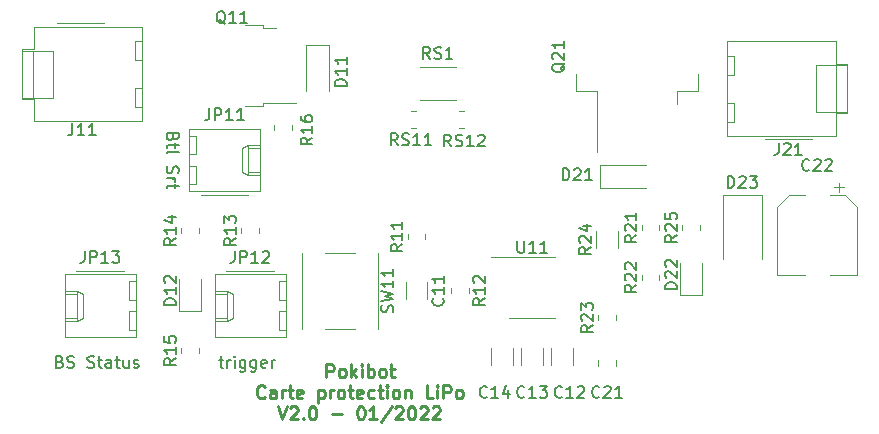
<source format=gbr>
%TF.GenerationSoftware,KiCad,Pcbnew,6.0.4-6f826c9f35~116~ubuntu21.10.1*%
%TF.CreationDate,2022-04-20T18:46:37+02:00*%
%TF.ProjectId,Carte_protection,43617274-655f-4707-926f-74656374696f,V.1.0*%
%TF.SameCoordinates,Original*%
%TF.FileFunction,Legend,Top*%
%TF.FilePolarity,Positive*%
%FSLAX46Y46*%
G04 Gerber Fmt 4.6, Leading zero omitted, Abs format (unit mm)*
G04 Created by KiCad (PCBNEW 6.0.4-6f826c9f35~116~ubuntu21.10.1) date 2022-04-20 18:46:37*
%MOMM*%
%LPD*%
G01*
G04 APERTURE LIST*
%ADD10C,0.200000*%
%ADD11C,0.220000*%
%ADD12C,0.150000*%
%ADD13C,0.120000*%
G04 APERTURE END LIST*
D10*
X150527142Y-130738571D02*
X150670000Y-130786190D01*
X150717619Y-130833809D01*
X150765238Y-130929047D01*
X150765238Y-131071904D01*
X150717619Y-131167142D01*
X150670000Y-131214761D01*
X150574761Y-131262380D01*
X150193809Y-131262380D01*
X150193809Y-130262380D01*
X150527142Y-130262380D01*
X150622380Y-130310000D01*
X150670000Y-130357619D01*
X150717619Y-130452857D01*
X150717619Y-130548095D01*
X150670000Y-130643333D01*
X150622380Y-130690952D01*
X150527142Y-130738571D01*
X150193809Y-130738571D01*
X151146190Y-131214761D02*
X151289047Y-131262380D01*
X151527142Y-131262380D01*
X151622380Y-131214761D01*
X151670000Y-131167142D01*
X151717619Y-131071904D01*
X151717619Y-130976666D01*
X151670000Y-130881428D01*
X151622380Y-130833809D01*
X151527142Y-130786190D01*
X151336666Y-130738571D01*
X151241428Y-130690952D01*
X151193809Y-130643333D01*
X151146190Y-130548095D01*
X151146190Y-130452857D01*
X151193809Y-130357619D01*
X151241428Y-130310000D01*
X151336666Y-130262380D01*
X151574761Y-130262380D01*
X151717619Y-130310000D01*
X152860476Y-131214761D02*
X153003333Y-131262380D01*
X153241428Y-131262380D01*
X153336666Y-131214761D01*
X153384285Y-131167142D01*
X153431904Y-131071904D01*
X153431904Y-130976666D01*
X153384285Y-130881428D01*
X153336666Y-130833809D01*
X153241428Y-130786190D01*
X153050952Y-130738571D01*
X152955714Y-130690952D01*
X152908095Y-130643333D01*
X152860476Y-130548095D01*
X152860476Y-130452857D01*
X152908095Y-130357619D01*
X152955714Y-130310000D01*
X153050952Y-130262380D01*
X153289047Y-130262380D01*
X153431904Y-130310000D01*
X153717619Y-130595714D02*
X154098571Y-130595714D01*
X153860476Y-130262380D02*
X153860476Y-131119523D01*
X153908095Y-131214761D01*
X154003333Y-131262380D01*
X154098571Y-131262380D01*
X154860476Y-131262380D02*
X154860476Y-130738571D01*
X154812857Y-130643333D01*
X154717619Y-130595714D01*
X154527142Y-130595714D01*
X154431904Y-130643333D01*
X154860476Y-131214761D02*
X154765238Y-131262380D01*
X154527142Y-131262380D01*
X154431904Y-131214761D01*
X154384285Y-131119523D01*
X154384285Y-131024285D01*
X154431904Y-130929047D01*
X154527142Y-130881428D01*
X154765238Y-130881428D01*
X154860476Y-130833809D01*
X155193809Y-130595714D02*
X155574761Y-130595714D01*
X155336666Y-130262380D02*
X155336666Y-131119523D01*
X155384285Y-131214761D01*
X155479523Y-131262380D01*
X155574761Y-131262380D01*
X156336666Y-130595714D02*
X156336666Y-131262380D01*
X155908095Y-130595714D02*
X155908095Y-131119523D01*
X155955714Y-131214761D01*
X156050952Y-131262380D01*
X156193809Y-131262380D01*
X156289047Y-131214761D01*
X156336666Y-131167142D01*
X156765238Y-131214761D02*
X156860476Y-131262380D01*
X157050952Y-131262380D01*
X157146190Y-131214761D01*
X157193809Y-131119523D01*
X157193809Y-131071904D01*
X157146190Y-130976666D01*
X157050952Y-130929047D01*
X156908095Y-130929047D01*
X156812857Y-130881428D01*
X156765238Y-130786190D01*
X156765238Y-130738571D01*
X156812857Y-130643333D01*
X156908095Y-130595714D01*
X157050952Y-130595714D01*
X157146190Y-130643333D01*
X160091428Y-111736428D02*
X160043809Y-111879285D01*
X159996190Y-111926904D01*
X159900952Y-111974523D01*
X159758095Y-111974523D01*
X159662857Y-111926904D01*
X159615238Y-111879285D01*
X159567619Y-111784047D01*
X159567619Y-111403095D01*
X160567619Y-111403095D01*
X160567619Y-111736428D01*
X160520000Y-111831666D01*
X160472380Y-111879285D01*
X160377142Y-111926904D01*
X160281904Y-111926904D01*
X160186666Y-111879285D01*
X160139047Y-111831666D01*
X160091428Y-111736428D01*
X160091428Y-111403095D01*
X160234285Y-112260238D02*
X160234285Y-112641190D01*
X160567619Y-112403095D02*
X159710476Y-112403095D01*
X159615238Y-112450714D01*
X159567619Y-112545952D01*
X159567619Y-112641190D01*
X159567619Y-113117380D02*
X159615238Y-113022142D01*
X159710476Y-112974523D01*
X160567619Y-112974523D01*
X159615238Y-114212619D02*
X159567619Y-114355476D01*
X159567619Y-114593571D01*
X159615238Y-114688809D01*
X159662857Y-114736428D01*
X159758095Y-114784047D01*
X159853333Y-114784047D01*
X159948571Y-114736428D01*
X159996190Y-114688809D01*
X160043809Y-114593571D01*
X160091428Y-114403095D01*
X160139047Y-114307857D01*
X160186666Y-114260238D01*
X160281904Y-114212619D01*
X160377142Y-114212619D01*
X160472380Y-114260238D01*
X160520000Y-114307857D01*
X160567619Y-114403095D01*
X160567619Y-114641190D01*
X160520000Y-114784047D01*
X159567619Y-115212619D02*
X160234285Y-115212619D01*
X160043809Y-115212619D02*
X160139047Y-115260238D01*
X160186666Y-115307857D01*
X160234285Y-115403095D01*
X160234285Y-115498333D01*
X160234285Y-115688809D02*
X160234285Y-116069761D01*
X160567619Y-115831666D02*
X159710476Y-115831666D01*
X159615238Y-115879285D01*
X159567619Y-115974523D01*
X159567619Y-116069761D01*
D11*
X173092619Y-132076619D02*
X173092619Y-130976619D01*
X173511666Y-130976619D01*
X173616428Y-131029000D01*
X173668809Y-131081380D01*
X173721190Y-131186142D01*
X173721190Y-131343285D01*
X173668809Y-131448047D01*
X173616428Y-131500428D01*
X173511666Y-131552809D01*
X173092619Y-131552809D01*
X174349761Y-132076619D02*
X174245000Y-132024238D01*
X174192619Y-131971857D01*
X174140238Y-131867095D01*
X174140238Y-131552809D01*
X174192619Y-131448047D01*
X174245000Y-131395666D01*
X174349761Y-131343285D01*
X174506904Y-131343285D01*
X174611666Y-131395666D01*
X174664047Y-131448047D01*
X174716428Y-131552809D01*
X174716428Y-131867095D01*
X174664047Y-131971857D01*
X174611666Y-132024238D01*
X174506904Y-132076619D01*
X174349761Y-132076619D01*
X175187857Y-132076619D02*
X175187857Y-130976619D01*
X175292619Y-131657571D02*
X175606904Y-132076619D01*
X175606904Y-131343285D02*
X175187857Y-131762333D01*
X176078333Y-132076619D02*
X176078333Y-131343285D01*
X176078333Y-130976619D02*
X176025952Y-131029000D01*
X176078333Y-131081380D01*
X176130714Y-131029000D01*
X176078333Y-130976619D01*
X176078333Y-131081380D01*
X176602142Y-132076619D02*
X176602142Y-130976619D01*
X176602142Y-131395666D02*
X176706904Y-131343285D01*
X176916428Y-131343285D01*
X177021190Y-131395666D01*
X177073571Y-131448047D01*
X177125952Y-131552809D01*
X177125952Y-131867095D01*
X177073571Y-131971857D01*
X177021190Y-132024238D01*
X176916428Y-132076619D01*
X176706904Y-132076619D01*
X176602142Y-132024238D01*
X177754523Y-132076619D02*
X177649761Y-132024238D01*
X177597380Y-131971857D01*
X177545000Y-131867095D01*
X177545000Y-131552809D01*
X177597380Y-131448047D01*
X177649761Y-131395666D01*
X177754523Y-131343285D01*
X177911666Y-131343285D01*
X178016428Y-131395666D01*
X178068809Y-131448047D01*
X178121190Y-131552809D01*
X178121190Y-131867095D01*
X178068809Y-131971857D01*
X178016428Y-132024238D01*
X177911666Y-132076619D01*
X177754523Y-132076619D01*
X178435476Y-131343285D02*
X178854523Y-131343285D01*
X178592619Y-130976619D02*
X178592619Y-131919476D01*
X178645000Y-132024238D01*
X178749761Y-132076619D01*
X178854523Y-132076619D01*
X167854523Y-133742857D02*
X167802142Y-133795238D01*
X167645000Y-133847619D01*
X167540238Y-133847619D01*
X167383095Y-133795238D01*
X167278333Y-133690476D01*
X167225952Y-133585714D01*
X167173571Y-133376190D01*
X167173571Y-133219047D01*
X167225952Y-133009523D01*
X167278333Y-132904761D01*
X167383095Y-132800000D01*
X167540238Y-132747619D01*
X167645000Y-132747619D01*
X167802142Y-132800000D01*
X167854523Y-132852380D01*
X168797380Y-133847619D02*
X168797380Y-133271428D01*
X168745000Y-133166666D01*
X168640238Y-133114285D01*
X168430714Y-133114285D01*
X168325952Y-133166666D01*
X168797380Y-133795238D02*
X168692619Y-133847619D01*
X168430714Y-133847619D01*
X168325952Y-133795238D01*
X168273571Y-133690476D01*
X168273571Y-133585714D01*
X168325952Y-133480952D01*
X168430714Y-133428571D01*
X168692619Y-133428571D01*
X168797380Y-133376190D01*
X169321190Y-133847619D02*
X169321190Y-133114285D01*
X169321190Y-133323809D02*
X169373571Y-133219047D01*
X169425952Y-133166666D01*
X169530714Y-133114285D01*
X169635476Y-133114285D01*
X169845000Y-133114285D02*
X170264047Y-133114285D01*
X170002142Y-132747619D02*
X170002142Y-133690476D01*
X170054523Y-133795238D01*
X170159285Y-133847619D01*
X170264047Y-133847619D01*
X171049761Y-133795238D02*
X170945000Y-133847619D01*
X170735476Y-133847619D01*
X170630714Y-133795238D01*
X170578333Y-133690476D01*
X170578333Y-133271428D01*
X170630714Y-133166666D01*
X170735476Y-133114285D01*
X170945000Y-133114285D01*
X171049761Y-133166666D01*
X171102142Y-133271428D01*
X171102142Y-133376190D01*
X170578333Y-133480952D01*
X172411666Y-133114285D02*
X172411666Y-134214285D01*
X172411666Y-133166666D02*
X172516428Y-133114285D01*
X172725952Y-133114285D01*
X172830714Y-133166666D01*
X172883095Y-133219047D01*
X172935476Y-133323809D01*
X172935476Y-133638095D01*
X172883095Y-133742857D01*
X172830714Y-133795238D01*
X172725952Y-133847619D01*
X172516428Y-133847619D01*
X172411666Y-133795238D01*
X173406904Y-133847619D02*
X173406904Y-133114285D01*
X173406904Y-133323809D02*
X173459285Y-133219047D01*
X173511666Y-133166666D01*
X173616428Y-133114285D01*
X173721190Y-133114285D01*
X174245000Y-133847619D02*
X174140238Y-133795238D01*
X174087857Y-133742857D01*
X174035476Y-133638095D01*
X174035476Y-133323809D01*
X174087857Y-133219047D01*
X174140238Y-133166666D01*
X174245000Y-133114285D01*
X174402142Y-133114285D01*
X174506904Y-133166666D01*
X174559285Y-133219047D01*
X174611666Y-133323809D01*
X174611666Y-133638095D01*
X174559285Y-133742857D01*
X174506904Y-133795238D01*
X174402142Y-133847619D01*
X174245000Y-133847619D01*
X174925952Y-133114285D02*
X175345000Y-133114285D01*
X175083095Y-132747619D02*
X175083095Y-133690476D01*
X175135476Y-133795238D01*
X175240238Y-133847619D01*
X175345000Y-133847619D01*
X176130714Y-133795238D02*
X176025952Y-133847619D01*
X175816428Y-133847619D01*
X175711666Y-133795238D01*
X175659285Y-133690476D01*
X175659285Y-133271428D01*
X175711666Y-133166666D01*
X175816428Y-133114285D01*
X176025952Y-133114285D01*
X176130714Y-133166666D01*
X176183095Y-133271428D01*
X176183095Y-133376190D01*
X175659285Y-133480952D01*
X177125952Y-133795238D02*
X177021190Y-133847619D01*
X176811666Y-133847619D01*
X176706904Y-133795238D01*
X176654523Y-133742857D01*
X176602142Y-133638095D01*
X176602142Y-133323809D01*
X176654523Y-133219047D01*
X176706904Y-133166666D01*
X176811666Y-133114285D01*
X177021190Y-133114285D01*
X177125952Y-133166666D01*
X177440238Y-133114285D02*
X177859285Y-133114285D01*
X177597380Y-132747619D02*
X177597380Y-133690476D01*
X177649761Y-133795238D01*
X177754523Y-133847619D01*
X177859285Y-133847619D01*
X178225952Y-133847619D02*
X178225952Y-133114285D01*
X178225952Y-132747619D02*
X178173571Y-132800000D01*
X178225952Y-132852380D01*
X178278333Y-132800000D01*
X178225952Y-132747619D01*
X178225952Y-132852380D01*
X178906904Y-133847619D02*
X178802142Y-133795238D01*
X178749761Y-133742857D01*
X178697380Y-133638095D01*
X178697380Y-133323809D01*
X178749761Y-133219047D01*
X178802142Y-133166666D01*
X178906904Y-133114285D01*
X179064047Y-133114285D01*
X179168809Y-133166666D01*
X179221190Y-133219047D01*
X179273571Y-133323809D01*
X179273571Y-133638095D01*
X179221190Y-133742857D01*
X179168809Y-133795238D01*
X179064047Y-133847619D01*
X178906904Y-133847619D01*
X179745000Y-133114285D02*
X179745000Y-133847619D01*
X179745000Y-133219047D02*
X179797380Y-133166666D01*
X179902142Y-133114285D01*
X180059285Y-133114285D01*
X180164047Y-133166666D01*
X180216428Y-133271428D01*
X180216428Y-133847619D01*
X182102142Y-133847619D02*
X181578333Y-133847619D01*
X181578333Y-132747619D01*
X182468809Y-133847619D02*
X182468809Y-133114285D01*
X182468809Y-132747619D02*
X182416428Y-132800000D01*
X182468809Y-132852380D01*
X182521190Y-132800000D01*
X182468809Y-132747619D01*
X182468809Y-132852380D01*
X182992619Y-133847619D02*
X182992619Y-132747619D01*
X183411666Y-132747619D01*
X183516428Y-132800000D01*
X183568809Y-132852380D01*
X183621190Y-132957142D01*
X183621190Y-133114285D01*
X183568809Y-133219047D01*
X183516428Y-133271428D01*
X183411666Y-133323809D01*
X182992619Y-133323809D01*
X184249761Y-133847619D02*
X184145000Y-133795238D01*
X184092619Y-133742857D01*
X184040238Y-133638095D01*
X184040238Y-133323809D01*
X184092619Y-133219047D01*
X184145000Y-133166666D01*
X184249761Y-133114285D01*
X184406904Y-133114285D01*
X184511666Y-133166666D01*
X184564047Y-133219047D01*
X184616428Y-133323809D01*
X184616428Y-133638095D01*
X184564047Y-133742857D01*
X184511666Y-133795238D01*
X184406904Y-133847619D01*
X184249761Y-133847619D01*
X168980714Y-134518619D02*
X169347380Y-135618619D01*
X169714047Y-134518619D01*
X170028333Y-134623380D02*
X170080714Y-134571000D01*
X170185476Y-134518619D01*
X170447380Y-134518619D01*
X170552142Y-134571000D01*
X170604523Y-134623380D01*
X170656904Y-134728142D01*
X170656904Y-134832904D01*
X170604523Y-134990047D01*
X169975952Y-135618619D01*
X170656904Y-135618619D01*
X171128333Y-135513857D02*
X171180714Y-135566238D01*
X171128333Y-135618619D01*
X171075952Y-135566238D01*
X171128333Y-135513857D01*
X171128333Y-135618619D01*
X171861666Y-134518619D02*
X171966428Y-134518619D01*
X172071190Y-134571000D01*
X172123571Y-134623380D01*
X172175952Y-134728142D01*
X172228333Y-134937666D01*
X172228333Y-135199571D01*
X172175952Y-135409095D01*
X172123571Y-135513857D01*
X172071190Y-135566238D01*
X171966428Y-135618619D01*
X171861666Y-135618619D01*
X171756904Y-135566238D01*
X171704523Y-135513857D01*
X171652142Y-135409095D01*
X171599761Y-135199571D01*
X171599761Y-134937666D01*
X171652142Y-134728142D01*
X171704523Y-134623380D01*
X171756904Y-134571000D01*
X171861666Y-134518619D01*
X173537857Y-135199571D02*
X174375952Y-135199571D01*
X175947380Y-134518619D02*
X176052142Y-134518619D01*
X176156904Y-134571000D01*
X176209285Y-134623380D01*
X176261666Y-134728142D01*
X176314047Y-134937666D01*
X176314047Y-135199571D01*
X176261666Y-135409095D01*
X176209285Y-135513857D01*
X176156904Y-135566238D01*
X176052142Y-135618619D01*
X175947380Y-135618619D01*
X175842619Y-135566238D01*
X175790238Y-135513857D01*
X175737857Y-135409095D01*
X175685476Y-135199571D01*
X175685476Y-134937666D01*
X175737857Y-134728142D01*
X175790238Y-134623380D01*
X175842619Y-134571000D01*
X175947380Y-134518619D01*
X177361666Y-135618619D02*
X176733095Y-135618619D01*
X177047380Y-135618619D02*
X177047380Y-134518619D01*
X176942619Y-134675761D01*
X176837857Y-134780523D01*
X176733095Y-134832904D01*
X178618809Y-134466238D02*
X177675952Y-135880523D01*
X178933095Y-134623380D02*
X178985476Y-134571000D01*
X179090238Y-134518619D01*
X179352142Y-134518619D01*
X179456904Y-134571000D01*
X179509285Y-134623380D01*
X179561666Y-134728142D01*
X179561666Y-134832904D01*
X179509285Y-134990047D01*
X178880714Y-135618619D01*
X179561666Y-135618619D01*
X180242619Y-134518619D02*
X180347380Y-134518619D01*
X180452142Y-134571000D01*
X180504523Y-134623380D01*
X180556904Y-134728142D01*
X180609285Y-134937666D01*
X180609285Y-135199571D01*
X180556904Y-135409095D01*
X180504523Y-135513857D01*
X180452142Y-135566238D01*
X180347380Y-135618619D01*
X180242619Y-135618619D01*
X180137857Y-135566238D01*
X180085476Y-135513857D01*
X180033095Y-135409095D01*
X179980714Y-135199571D01*
X179980714Y-134937666D01*
X180033095Y-134728142D01*
X180085476Y-134623380D01*
X180137857Y-134571000D01*
X180242619Y-134518619D01*
X181028333Y-134623380D02*
X181080714Y-134571000D01*
X181185476Y-134518619D01*
X181447380Y-134518619D01*
X181552142Y-134571000D01*
X181604523Y-134623380D01*
X181656904Y-134728142D01*
X181656904Y-134832904D01*
X181604523Y-134990047D01*
X180975952Y-135618619D01*
X181656904Y-135618619D01*
X182075952Y-134623380D02*
X182128333Y-134571000D01*
X182233095Y-134518619D01*
X182495000Y-134518619D01*
X182599761Y-134571000D01*
X182652142Y-134623380D01*
X182704523Y-134728142D01*
X182704523Y-134832904D01*
X182652142Y-134990047D01*
X182023571Y-135618619D01*
X182704523Y-135618619D01*
D10*
X163989047Y-130595714D02*
X164370000Y-130595714D01*
X164131904Y-130262380D02*
X164131904Y-131119523D01*
X164179523Y-131214761D01*
X164274761Y-131262380D01*
X164370000Y-131262380D01*
X164703333Y-131262380D02*
X164703333Y-130595714D01*
X164703333Y-130786190D02*
X164750952Y-130690952D01*
X164798571Y-130643333D01*
X164893809Y-130595714D01*
X164989047Y-130595714D01*
X165322380Y-131262380D02*
X165322380Y-130595714D01*
X165322380Y-130262380D02*
X165274761Y-130310000D01*
X165322380Y-130357619D01*
X165370000Y-130310000D01*
X165322380Y-130262380D01*
X165322380Y-130357619D01*
X166227142Y-130595714D02*
X166227142Y-131405238D01*
X166179523Y-131500476D01*
X166131904Y-131548095D01*
X166036666Y-131595714D01*
X165893809Y-131595714D01*
X165798571Y-131548095D01*
X166227142Y-131214761D02*
X166131904Y-131262380D01*
X165941428Y-131262380D01*
X165846190Y-131214761D01*
X165798571Y-131167142D01*
X165750952Y-131071904D01*
X165750952Y-130786190D01*
X165798571Y-130690952D01*
X165846190Y-130643333D01*
X165941428Y-130595714D01*
X166131904Y-130595714D01*
X166227142Y-130643333D01*
X167131904Y-130595714D02*
X167131904Y-131405238D01*
X167084285Y-131500476D01*
X167036666Y-131548095D01*
X166941428Y-131595714D01*
X166798571Y-131595714D01*
X166703333Y-131548095D01*
X167131904Y-131214761D02*
X167036666Y-131262380D01*
X166846190Y-131262380D01*
X166750952Y-131214761D01*
X166703333Y-131167142D01*
X166655714Y-131071904D01*
X166655714Y-130786190D01*
X166703333Y-130690952D01*
X166750952Y-130643333D01*
X166846190Y-130595714D01*
X167036666Y-130595714D01*
X167131904Y-130643333D01*
X167989047Y-131214761D02*
X167893809Y-131262380D01*
X167703333Y-131262380D01*
X167608095Y-131214761D01*
X167560476Y-131119523D01*
X167560476Y-130738571D01*
X167608095Y-130643333D01*
X167703333Y-130595714D01*
X167893809Y-130595714D01*
X167989047Y-130643333D01*
X168036666Y-130738571D01*
X168036666Y-130833809D01*
X167560476Y-130929047D01*
X168465238Y-131262380D02*
X168465238Y-130595714D01*
X168465238Y-130786190D02*
X168512857Y-130690952D01*
X168560476Y-130643333D01*
X168655714Y-130595714D01*
X168750952Y-130595714D01*
D12*
X160346380Y-130460357D02*
X159870190Y-130793690D01*
X160346380Y-131031785D02*
X159346380Y-131031785D01*
X159346380Y-130650833D01*
X159394000Y-130555595D01*
X159441619Y-130507976D01*
X159536857Y-130460357D01*
X159679714Y-130460357D01*
X159774952Y-130507976D01*
X159822571Y-130555595D01*
X159870190Y-130650833D01*
X159870190Y-131031785D01*
X160346380Y-129507976D02*
X160346380Y-130079404D01*
X160346380Y-129793690D02*
X159346380Y-129793690D01*
X159489238Y-129888928D01*
X159584476Y-129984166D01*
X159632095Y-130079404D01*
X159346380Y-128603214D02*
X159346380Y-129079404D01*
X159822571Y-129127023D01*
X159774952Y-129079404D01*
X159727333Y-128984166D01*
X159727333Y-128746071D01*
X159774952Y-128650833D01*
X159822571Y-128603214D01*
X159917809Y-128555595D01*
X160155904Y-128555595D01*
X160251142Y-128603214D01*
X160298761Y-128650833D01*
X160346380Y-128746071D01*
X160346380Y-128984166D01*
X160298761Y-129079404D01*
X160251142Y-129127023D01*
X193032142Y-133707142D02*
X192984523Y-133754761D01*
X192841666Y-133802380D01*
X192746428Y-133802380D01*
X192603571Y-133754761D01*
X192508333Y-133659523D01*
X192460714Y-133564285D01*
X192413095Y-133373809D01*
X192413095Y-133230952D01*
X192460714Y-133040476D01*
X192508333Y-132945238D01*
X192603571Y-132850000D01*
X192746428Y-132802380D01*
X192841666Y-132802380D01*
X192984523Y-132850000D01*
X193032142Y-132897619D01*
X193984523Y-133802380D02*
X193413095Y-133802380D01*
X193698809Y-133802380D02*
X193698809Y-132802380D01*
X193603571Y-132945238D01*
X193508333Y-133040476D01*
X193413095Y-133088095D01*
X194365476Y-132897619D02*
X194413095Y-132850000D01*
X194508333Y-132802380D01*
X194746428Y-132802380D01*
X194841666Y-132850000D01*
X194889285Y-132897619D01*
X194936904Y-132992857D01*
X194936904Y-133088095D01*
X194889285Y-133230952D01*
X194317857Y-133802380D01*
X194936904Y-133802380D01*
X202764380Y-124594285D02*
X201764380Y-124594285D01*
X201764380Y-124356190D01*
X201812000Y-124213333D01*
X201907238Y-124118095D01*
X202002476Y-124070476D01*
X202192952Y-124022857D01*
X202335809Y-124022857D01*
X202526285Y-124070476D01*
X202621523Y-124118095D01*
X202716761Y-124213333D01*
X202764380Y-124356190D01*
X202764380Y-124594285D01*
X201859619Y-123641904D02*
X201812000Y-123594285D01*
X201764380Y-123499047D01*
X201764380Y-123260952D01*
X201812000Y-123165714D01*
X201859619Y-123118095D01*
X201954857Y-123070476D01*
X202050095Y-123070476D01*
X202192952Y-123118095D01*
X202764380Y-123689523D01*
X202764380Y-123070476D01*
X201859619Y-122689523D02*
X201812000Y-122641904D01*
X201764380Y-122546666D01*
X201764380Y-122308571D01*
X201812000Y-122213333D01*
X201859619Y-122165714D01*
X201954857Y-122118095D01*
X202050095Y-122118095D01*
X202192952Y-122165714D01*
X202764380Y-122737142D01*
X202764380Y-122118095D01*
X186682142Y-133707142D02*
X186634523Y-133754761D01*
X186491666Y-133802380D01*
X186396428Y-133802380D01*
X186253571Y-133754761D01*
X186158333Y-133659523D01*
X186110714Y-133564285D01*
X186063095Y-133373809D01*
X186063095Y-133230952D01*
X186110714Y-133040476D01*
X186158333Y-132945238D01*
X186253571Y-132850000D01*
X186396428Y-132802380D01*
X186491666Y-132802380D01*
X186634523Y-132850000D01*
X186682142Y-132897619D01*
X187634523Y-133802380D02*
X187063095Y-133802380D01*
X187348809Y-133802380D02*
X187348809Y-132802380D01*
X187253571Y-132945238D01*
X187158333Y-133040476D01*
X187063095Y-133088095D01*
X188491666Y-133135714D02*
X188491666Y-133802380D01*
X188253571Y-132754761D02*
X188015476Y-133469047D01*
X188634523Y-133469047D01*
X179120888Y-112416552D02*
X178787555Y-111940362D01*
X178549459Y-112416552D02*
X178549459Y-111416552D01*
X178930412Y-111416552D01*
X179025650Y-111464172D01*
X179073269Y-111511791D01*
X179120888Y-111607029D01*
X179120888Y-111749886D01*
X179073269Y-111845124D01*
X179025650Y-111892743D01*
X178930412Y-111940362D01*
X178549459Y-111940362D01*
X179501840Y-112368933D02*
X179644697Y-112416552D01*
X179882793Y-112416552D01*
X179978031Y-112368933D01*
X180025650Y-112321314D01*
X180073269Y-112226076D01*
X180073269Y-112130838D01*
X180025650Y-112035600D01*
X179978031Y-111987981D01*
X179882793Y-111940362D01*
X179692316Y-111892743D01*
X179597078Y-111845124D01*
X179549459Y-111797505D01*
X179501840Y-111702267D01*
X179501840Y-111607029D01*
X179549459Y-111511791D01*
X179597078Y-111464172D01*
X179692316Y-111416552D01*
X179930412Y-111416552D01*
X180073269Y-111464172D01*
X181025650Y-112416552D02*
X180454221Y-112416552D01*
X180739936Y-112416552D02*
X180739936Y-111416552D01*
X180644697Y-111559410D01*
X180549459Y-111654648D01*
X180454221Y-111702267D01*
X181978031Y-112416552D02*
X181406602Y-112416552D01*
X181692316Y-112416552D02*
X181692316Y-111416552D01*
X181597078Y-111559410D01*
X181501840Y-111654648D01*
X181406602Y-111702267D01*
X160346380Y-125951785D02*
X159346380Y-125951785D01*
X159346380Y-125713690D01*
X159394000Y-125570833D01*
X159489238Y-125475595D01*
X159584476Y-125427976D01*
X159774952Y-125380357D01*
X159917809Y-125380357D01*
X160108285Y-125427976D01*
X160203523Y-125475595D01*
X160298761Y-125570833D01*
X160346380Y-125713690D01*
X160346380Y-125951785D01*
X160346380Y-124427976D02*
X160346380Y-124999404D01*
X160346380Y-124713690D02*
X159346380Y-124713690D01*
X159489238Y-124808928D01*
X159584476Y-124904166D01*
X159632095Y-124999404D01*
X159441619Y-124047023D02*
X159394000Y-123999404D01*
X159346380Y-123904166D01*
X159346380Y-123666071D01*
X159394000Y-123570833D01*
X159441619Y-123523214D01*
X159536857Y-123475595D01*
X159632095Y-123475595D01*
X159774952Y-123523214D01*
X160346380Y-124094642D01*
X160346380Y-123475595D01*
X207065714Y-116022380D02*
X207065714Y-115022380D01*
X207303809Y-115022380D01*
X207446666Y-115070000D01*
X207541904Y-115165238D01*
X207589523Y-115260476D01*
X207637142Y-115450952D01*
X207637142Y-115593809D01*
X207589523Y-115784285D01*
X207541904Y-115879523D01*
X207446666Y-115974761D01*
X207303809Y-116022380D01*
X207065714Y-116022380D01*
X208018095Y-115117619D02*
X208065714Y-115070000D01*
X208160952Y-115022380D01*
X208399047Y-115022380D01*
X208494285Y-115070000D01*
X208541904Y-115117619D01*
X208589523Y-115212857D01*
X208589523Y-115308095D01*
X208541904Y-115450952D01*
X207970476Y-116022380D01*
X208589523Y-116022380D01*
X208922857Y-115022380D02*
X209541904Y-115022380D01*
X209208571Y-115403333D01*
X209351428Y-115403333D01*
X209446666Y-115450952D01*
X209494285Y-115498571D01*
X209541904Y-115593809D01*
X209541904Y-115831904D01*
X209494285Y-115927142D01*
X209446666Y-115974761D01*
X209351428Y-116022380D01*
X209065714Y-116022380D01*
X208970476Y-115974761D01*
X208922857Y-115927142D01*
X179523380Y-120808357D02*
X179047190Y-121141690D01*
X179523380Y-121379785D02*
X178523380Y-121379785D01*
X178523380Y-120998833D01*
X178571000Y-120903595D01*
X178618619Y-120855976D01*
X178713857Y-120808357D01*
X178856714Y-120808357D01*
X178951952Y-120855976D01*
X178999571Y-120903595D01*
X179047190Y-120998833D01*
X179047190Y-121379785D01*
X179523380Y-119855976D02*
X179523380Y-120427404D01*
X179523380Y-120141690D02*
X178523380Y-120141690D01*
X178666238Y-120236928D01*
X178761476Y-120332166D01*
X178809095Y-120427404D01*
X179523380Y-118903595D02*
X179523380Y-119475023D01*
X179523380Y-119189309D02*
X178523380Y-119189309D01*
X178666238Y-119284547D01*
X178761476Y-119379785D01*
X178809095Y-119475023D01*
X183639016Y-112510014D02*
X183305683Y-112033824D01*
X183067587Y-112510014D02*
X183067587Y-111510014D01*
X183448540Y-111510014D01*
X183543778Y-111557634D01*
X183591397Y-111605253D01*
X183639016Y-111700491D01*
X183639016Y-111843348D01*
X183591397Y-111938586D01*
X183543778Y-111986205D01*
X183448540Y-112033824D01*
X183067587Y-112033824D01*
X184019968Y-112462395D02*
X184162825Y-112510014D01*
X184400921Y-112510014D01*
X184496159Y-112462395D01*
X184543778Y-112414776D01*
X184591397Y-112319538D01*
X184591397Y-112224300D01*
X184543778Y-112129062D01*
X184496159Y-112081443D01*
X184400921Y-112033824D01*
X184210444Y-111986205D01*
X184115206Y-111938586D01*
X184067587Y-111890967D01*
X184019968Y-111795729D01*
X184019968Y-111700491D01*
X184067587Y-111605253D01*
X184115206Y-111557634D01*
X184210444Y-111510014D01*
X184448540Y-111510014D01*
X184591397Y-111557634D01*
X185543778Y-112510014D02*
X184972349Y-112510014D01*
X185258064Y-112510014D02*
X185258064Y-111510014D01*
X185162825Y-111652872D01*
X185067587Y-111748110D01*
X184972349Y-111795729D01*
X185924730Y-111605253D02*
X185972349Y-111557634D01*
X186067587Y-111510014D01*
X186305683Y-111510014D01*
X186400921Y-111557634D01*
X186448540Y-111605253D01*
X186496159Y-111700491D01*
X186496159Y-111795729D01*
X186448540Y-111938586D01*
X185877111Y-112510014D01*
X186496159Y-112510014D01*
X193095714Y-115387380D02*
X193095714Y-114387380D01*
X193333809Y-114387380D01*
X193476666Y-114435000D01*
X193571904Y-114530238D01*
X193619523Y-114625476D01*
X193667142Y-114815952D01*
X193667142Y-114958809D01*
X193619523Y-115149285D01*
X193571904Y-115244523D01*
X193476666Y-115339761D01*
X193333809Y-115387380D01*
X193095714Y-115387380D01*
X194048095Y-114482619D02*
X194095714Y-114435000D01*
X194190952Y-114387380D01*
X194429047Y-114387380D01*
X194524285Y-114435000D01*
X194571904Y-114482619D01*
X194619523Y-114577857D01*
X194619523Y-114673095D01*
X194571904Y-114815952D01*
X194000476Y-115387380D01*
X194619523Y-115387380D01*
X195571904Y-115387380D02*
X195000476Y-115387380D01*
X195286190Y-115387380D02*
X195286190Y-114387380D01*
X195190952Y-114530238D01*
X195095714Y-114625476D01*
X195000476Y-114673095D01*
X196207142Y-133707142D02*
X196159523Y-133754761D01*
X196016666Y-133802380D01*
X195921428Y-133802380D01*
X195778571Y-133754761D01*
X195683333Y-133659523D01*
X195635714Y-133564285D01*
X195588095Y-133373809D01*
X195588095Y-133230952D01*
X195635714Y-133040476D01*
X195683333Y-132945238D01*
X195778571Y-132850000D01*
X195921428Y-132802380D01*
X196016666Y-132802380D01*
X196159523Y-132850000D01*
X196207142Y-132897619D01*
X196588095Y-132897619D02*
X196635714Y-132850000D01*
X196730952Y-132802380D01*
X196969047Y-132802380D01*
X197064285Y-132850000D01*
X197111904Y-132897619D01*
X197159523Y-132992857D01*
X197159523Y-133088095D01*
X197111904Y-133230952D01*
X196540476Y-133802380D01*
X197159523Y-133802380D01*
X198111904Y-133802380D02*
X197540476Y-133802380D01*
X197826190Y-133802380D02*
X197826190Y-132802380D01*
X197730952Y-132945238D01*
X197635714Y-133040476D01*
X197540476Y-133088095D01*
X181856142Y-105100380D02*
X181522809Y-104624190D01*
X181284714Y-105100380D02*
X181284714Y-104100380D01*
X181665666Y-104100380D01*
X181760904Y-104148000D01*
X181808523Y-104195619D01*
X181856142Y-104290857D01*
X181856142Y-104433714D01*
X181808523Y-104528952D01*
X181760904Y-104576571D01*
X181665666Y-104624190D01*
X181284714Y-104624190D01*
X182237095Y-105052761D02*
X182379952Y-105100380D01*
X182618047Y-105100380D01*
X182713285Y-105052761D01*
X182760904Y-105005142D01*
X182808523Y-104909904D01*
X182808523Y-104814666D01*
X182760904Y-104719428D01*
X182713285Y-104671809D01*
X182618047Y-104624190D01*
X182427571Y-104576571D01*
X182332333Y-104528952D01*
X182284714Y-104481333D01*
X182237095Y-104386095D01*
X182237095Y-104290857D01*
X182284714Y-104195619D01*
X182332333Y-104148000D01*
X182427571Y-104100380D01*
X182665666Y-104100380D01*
X182808523Y-104148000D01*
X183760904Y-105100380D02*
X183189476Y-105100380D01*
X183475190Y-105100380D02*
X183475190Y-104100380D01*
X183379952Y-104243238D01*
X183284714Y-104338476D01*
X183189476Y-104386095D01*
X164528571Y-102147619D02*
X164433333Y-102100000D01*
X164338095Y-102004761D01*
X164195238Y-101861904D01*
X164100000Y-101814285D01*
X164004761Y-101814285D01*
X164052380Y-102052380D02*
X163957142Y-102004761D01*
X163861904Y-101909523D01*
X163814285Y-101719047D01*
X163814285Y-101385714D01*
X163861904Y-101195238D01*
X163957142Y-101100000D01*
X164052380Y-101052380D01*
X164242857Y-101052380D01*
X164338095Y-101100000D01*
X164433333Y-101195238D01*
X164480952Y-101385714D01*
X164480952Y-101719047D01*
X164433333Y-101909523D01*
X164338095Y-102004761D01*
X164242857Y-102052380D01*
X164052380Y-102052380D01*
X165433333Y-102052380D02*
X164861904Y-102052380D01*
X165147619Y-102052380D02*
X165147619Y-101052380D01*
X165052380Y-101195238D01*
X164957142Y-101290476D01*
X164861904Y-101338095D01*
X166385714Y-102052380D02*
X165814285Y-102052380D01*
X166100000Y-102052380D02*
X166100000Y-101052380D01*
X166004761Y-101195238D01*
X165909523Y-101290476D01*
X165814285Y-101338095D01*
X152614476Y-121372380D02*
X152614476Y-122086666D01*
X152566857Y-122229523D01*
X152471619Y-122324761D01*
X152328761Y-122372380D01*
X152233523Y-122372380D01*
X153090666Y-122372380D02*
X153090666Y-121372380D01*
X153471619Y-121372380D01*
X153566857Y-121420000D01*
X153614476Y-121467619D01*
X153662095Y-121562857D01*
X153662095Y-121705714D01*
X153614476Y-121800952D01*
X153566857Y-121848571D01*
X153471619Y-121896190D01*
X153090666Y-121896190D01*
X154614476Y-122372380D02*
X154043047Y-122372380D01*
X154328761Y-122372380D02*
X154328761Y-121372380D01*
X154233523Y-121515238D01*
X154138285Y-121610476D01*
X154043047Y-121658095D01*
X154947809Y-121372380D02*
X155566857Y-121372380D01*
X155233523Y-121753333D01*
X155376380Y-121753333D01*
X155471619Y-121800952D01*
X155519238Y-121848571D01*
X155566857Y-121943809D01*
X155566857Y-122181904D01*
X155519238Y-122277142D01*
X155471619Y-122324761D01*
X155376380Y-122372380D01*
X155090666Y-122372380D01*
X154995428Y-122324761D01*
X154947809Y-122277142D01*
X151590476Y-110577380D02*
X151590476Y-111291666D01*
X151542857Y-111434523D01*
X151447619Y-111529761D01*
X151304761Y-111577380D01*
X151209523Y-111577380D01*
X152590476Y-111577380D02*
X152019047Y-111577380D01*
X152304761Y-111577380D02*
X152304761Y-110577380D01*
X152209523Y-110720238D01*
X152114285Y-110815476D01*
X152019047Y-110863095D01*
X153542857Y-111577380D02*
X152971428Y-111577380D01*
X153257142Y-111577380D02*
X153257142Y-110577380D01*
X153161904Y-110720238D01*
X153066666Y-110815476D01*
X152971428Y-110863095D01*
X213987142Y-114497142D02*
X213939523Y-114544761D01*
X213796666Y-114592380D01*
X213701428Y-114592380D01*
X213558571Y-114544761D01*
X213463333Y-114449523D01*
X213415714Y-114354285D01*
X213368095Y-114163809D01*
X213368095Y-114020952D01*
X213415714Y-113830476D01*
X213463333Y-113735238D01*
X213558571Y-113640000D01*
X213701428Y-113592380D01*
X213796666Y-113592380D01*
X213939523Y-113640000D01*
X213987142Y-113687619D01*
X214368095Y-113687619D02*
X214415714Y-113640000D01*
X214510952Y-113592380D01*
X214749047Y-113592380D01*
X214844285Y-113640000D01*
X214891904Y-113687619D01*
X214939523Y-113782857D01*
X214939523Y-113878095D01*
X214891904Y-114020952D01*
X214320476Y-114592380D01*
X214939523Y-114592380D01*
X215320476Y-113687619D02*
X215368095Y-113640000D01*
X215463333Y-113592380D01*
X215701428Y-113592380D01*
X215796666Y-113640000D01*
X215844285Y-113687619D01*
X215891904Y-113782857D01*
X215891904Y-113878095D01*
X215844285Y-114020952D01*
X215272857Y-114592380D01*
X215891904Y-114592380D01*
X202764380Y-120022857D02*
X202288190Y-120356190D01*
X202764380Y-120594285D02*
X201764380Y-120594285D01*
X201764380Y-120213333D01*
X201812000Y-120118095D01*
X201859619Y-120070476D01*
X201954857Y-120022857D01*
X202097714Y-120022857D01*
X202192952Y-120070476D01*
X202240571Y-120118095D01*
X202288190Y-120213333D01*
X202288190Y-120594285D01*
X201859619Y-119641904D02*
X201812000Y-119594285D01*
X201764380Y-119499047D01*
X201764380Y-119260952D01*
X201812000Y-119165714D01*
X201859619Y-119118095D01*
X201954857Y-119070476D01*
X202050095Y-119070476D01*
X202192952Y-119118095D01*
X202764380Y-119689523D01*
X202764380Y-119070476D01*
X201764380Y-118165714D02*
X201764380Y-118641904D01*
X202240571Y-118689523D01*
X202192952Y-118641904D01*
X202145333Y-118546666D01*
X202145333Y-118308571D01*
X202192952Y-118213333D01*
X202240571Y-118165714D01*
X202335809Y-118118095D01*
X202573904Y-118118095D01*
X202669142Y-118165714D01*
X202716761Y-118213333D01*
X202764380Y-118308571D01*
X202764380Y-118546666D01*
X202716761Y-118641904D01*
X202669142Y-118689523D01*
X199335380Y-124237357D02*
X198859190Y-124570690D01*
X199335380Y-124808785D02*
X198335380Y-124808785D01*
X198335380Y-124427833D01*
X198383000Y-124332595D01*
X198430619Y-124284976D01*
X198525857Y-124237357D01*
X198668714Y-124237357D01*
X198763952Y-124284976D01*
X198811571Y-124332595D01*
X198859190Y-124427833D01*
X198859190Y-124808785D01*
X198430619Y-123856404D02*
X198383000Y-123808785D01*
X198335380Y-123713547D01*
X198335380Y-123475452D01*
X198383000Y-123380214D01*
X198430619Y-123332595D01*
X198525857Y-123284976D01*
X198621095Y-123284976D01*
X198763952Y-123332595D01*
X199335380Y-123904023D01*
X199335380Y-123284976D01*
X198430619Y-122904023D02*
X198383000Y-122856404D01*
X198335380Y-122761166D01*
X198335380Y-122523071D01*
X198383000Y-122427833D01*
X198430619Y-122380214D01*
X198525857Y-122332595D01*
X198621095Y-122332595D01*
X198763952Y-122380214D01*
X199335380Y-122951642D01*
X199335380Y-122332595D01*
X195482380Y-121038857D02*
X195006190Y-121372190D01*
X195482380Y-121610285D02*
X194482380Y-121610285D01*
X194482380Y-121229333D01*
X194530000Y-121134095D01*
X194577619Y-121086476D01*
X194672857Y-121038857D01*
X194815714Y-121038857D01*
X194910952Y-121086476D01*
X194958571Y-121134095D01*
X195006190Y-121229333D01*
X195006190Y-121610285D01*
X194577619Y-120657904D02*
X194530000Y-120610285D01*
X194482380Y-120515047D01*
X194482380Y-120276952D01*
X194530000Y-120181714D01*
X194577619Y-120134095D01*
X194672857Y-120086476D01*
X194768095Y-120086476D01*
X194910952Y-120134095D01*
X195482380Y-120705523D01*
X195482380Y-120086476D01*
X194815714Y-119229333D02*
X195482380Y-119229333D01*
X194434761Y-119467428D02*
X195149047Y-119705523D01*
X195149047Y-119086476D01*
X189261904Y-120512380D02*
X189261904Y-121321904D01*
X189309523Y-121417142D01*
X189357142Y-121464761D01*
X189452380Y-121512380D01*
X189642857Y-121512380D01*
X189738095Y-121464761D01*
X189785714Y-121417142D01*
X189833333Y-121321904D01*
X189833333Y-120512380D01*
X190833333Y-121512380D02*
X190261904Y-121512380D01*
X190547619Y-121512380D02*
X190547619Y-120512380D01*
X190452380Y-120655238D01*
X190357142Y-120750476D01*
X190261904Y-120798095D01*
X191785714Y-121512380D02*
X191214285Y-121512380D01*
X191500000Y-121512380D02*
X191500000Y-120512380D01*
X191404761Y-120655238D01*
X191309523Y-120750476D01*
X191214285Y-120798095D01*
X182928142Y-125380357D02*
X182975761Y-125427976D01*
X183023380Y-125570833D01*
X183023380Y-125666071D01*
X182975761Y-125808928D01*
X182880523Y-125904166D01*
X182785285Y-125951785D01*
X182594809Y-125999404D01*
X182451952Y-125999404D01*
X182261476Y-125951785D01*
X182166238Y-125904166D01*
X182071000Y-125808928D01*
X182023380Y-125666071D01*
X182023380Y-125570833D01*
X182071000Y-125427976D01*
X182118619Y-125380357D01*
X183023380Y-124427976D02*
X183023380Y-124999404D01*
X183023380Y-124713690D02*
X182023380Y-124713690D01*
X182166238Y-124808928D01*
X182261476Y-124904166D01*
X182309095Y-124999404D01*
X183023380Y-123475595D02*
X183023380Y-124047023D01*
X183023380Y-123761309D02*
X182023380Y-123761309D01*
X182166238Y-123856547D01*
X182261476Y-123951785D01*
X182309095Y-124047023D01*
X171902380Y-111764421D02*
X171426190Y-112097754D01*
X171902380Y-112335849D02*
X170902380Y-112335849D01*
X170902380Y-111954897D01*
X170950000Y-111859659D01*
X170997619Y-111812040D01*
X171092857Y-111764421D01*
X171235714Y-111764421D01*
X171330952Y-111812040D01*
X171378571Y-111859659D01*
X171426190Y-111954897D01*
X171426190Y-112335849D01*
X171902380Y-110812040D02*
X171902380Y-111383468D01*
X171902380Y-111097754D02*
X170902380Y-111097754D01*
X171045238Y-111192992D01*
X171140476Y-111288230D01*
X171188095Y-111383468D01*
X170902380Y-109954897D02*
X170902380Y-110145373D01*
X170950000Y-110240611D01*
X170997619Y-110288230D01*
X171140476Y-110383468D01*
X171330952Y-110431087D01*
X171711904Y-110431087D01*
X171807142Y-110383468D01*
X171854761Y-110335849D01*
X171902380Y-110240611D01*
X171902380Y-110050135D01*
X171854761Y-109954897D01*
X171807142Y-109907278D01*
X171711904Y-109859659D01*
X171473809Y-109859659D01*
X171378571Y-109907278D01*
X171330952Y-109954897D01*
X171283333Y-110050135D01*
X171283333Y-110240611D01*
X171330952Y-110335849D01*
X171378571Y-110383468D01*
X171473809Y-110431087D01*
X189857142Y-133707142D02*
X189809523Y-133754761D01*
X189666666Y-133802380D01*
X189571428Y-133802380D01*
X189428571Y-133754761D01*
X189333333Y-133659523D01*
X189285714Y-133564285D01*
X189238095Y-133373809D01*
X189238095Y-133230952D01*
X189285714Y-133040476D01*
X189333333Y-132945238D01*
X189428571Y-132850000D01*
X189571428Y-132802380D01*
X189666666Y-132802380D01*
X189809523Y-132850000D01*
X189857142Y-132897619D01*
X190809523Y-133802380D02*
X190238095Y-133802380D01*
X190523809Y-133802380D02*
X190523809Y-132802380D01*
X190428571Y-132945238D01*
X190333333Y-133040476D01*
X190238095Y-133088095D01*
X191142857Y-132802380D02*
X191761904Y-132802380D01*
X191428571Y-133183333D01*
X191571428Y-133183333D01*
X191666666Y-133230952D01*
X191714285Y-133278571D01*
X191761904Y-133373809D01*
X191761904Y-133611904D01*
X191714285Y-133707142D01*
X191666666Y-133754761D01*
X191571428Y-133802380D01*
X191285714Y-133802380D01*
X191190476Y-133754761D01*
X191142857Y-133707142D01*
X163155476Y-109307380D02*
X163155476Y-110021666D01*
X163107857Y-110164523D01*
X163012619Y-110259761D01*
X162869761Y-110307380D01*
X162774523Y-110307380D01*
X163631666Y-110307380D02*
X163631666Y-109307380D01*
X164012619Y-109307380D01*
X164107857Y-109355000D01*
X164155476Y-109402619D01*
X164203095Y-109497857D01*
X164203095Y-109640714D01*
X164155476Y-109735952D01*
X164107857Y-109783571D01*
X164012619Y-109831190D01*
X163631666Y-109831190D01*
X165155476Y-110307380D02*
X164584047Y-110307380D01*
X164869761Y-110307380D02*
X164869761Y-109307380D01*
X164774523Y-109450238D01*
X164679285Y-109545476D01*
X164584047Y-109593095D01*
X166107857Y-110307380D02*
X165536428Y-110307380D01*
X165822142Y-110307380D02*
X165822142Y-109307380D01*
X165726904Y-109450238D01*
X165631666Y-109545476D01*
X165536428Y-109593095D01*
X174791380Y-107408785D02*
X173791380Y-107408785D01*
X173791380Y-107170690D01*
X173839000Y-107027833D01*
X173934238Y-106932595D01*
X174029476Y-106884976D01*
X174219952Y-106837357D01*
X174362809Y-106837357D01*
X174553285Y-106884976D01*
X174648523Y-106932595D01*
X174743761Y-107027833D01*
X174791380Y-107170690D01*
X174791380Y-107408785D01*
X174791380Y-105884976D02*
X174791380Y-106456404D01*
X174791380Y-106170690D02*
X173791380Y-106170690D01*
X173934238Y-106265928D01*
X174029476Y-106361166D01*
X174077095Y-106456404D01*
X174791380Y-104932595D02*
X174791380Y-105504023D01*
X174791380Y-105218309D02*
X173791380Y-105218309D01*
X173934238Y-105313547D01*
X174029476Y-105408785D01*
X174077095Y-105504023D01*
X199335380Y-120046357D02*
X198859190Y-120379690D01*
X199335380Y-120617785D02*
X198335380Y-120617785D01*
X198335380Y-120236833D01*
X198383000Y-120141595D01*
X198430619Y-120093976D01*
X198525857Y-120046357D01*
X198668714Y-120046357D01*
X198763952Y-120093976D01*
X198811571Y-120141595D01*
X198859190Y-120236833D01*
X198859190Y-120617785D01*
X198430619Y-119665404D02*
X198383000Y-119617785D01*
X198335380Y-119522547D01*
X198335380Y-119284452D01*
X198383000Y-119189214D01*
X198430619Y-119141595D01*
X198525857Y-119093976D01*
X198621095Y-119093976D01*
X198763952Y-119141595D01*
X199335380Y-119713023D01*
X199335380Y-119093976D01*
X199335380Y-118141595D02*
X199335380Y-118713023D01*
X199335380Y-118427309D02*
X198335380Y-118427309D01*
X198478238Y-118522547D01*
X198573476Y-118617785D01*
X198621095Y-118713023D01*
X193287619Y-105473428D02*
X193240000Y-105568666D01*
X193144761Y-105663904D01*
X193001904Y-105806761D01*
X192954285Y-105902000D01*
X192954285Y-105997238D01*
X193192380Y-105949619D02*
X193144761Y-106044857D01*
X193049523Y-106140095D01*
X192859047Y-106187714D01*
X192525714Y-106187714D01*
X192335238Y-106140095D01*
X192240000Y-106044857D01*
X192192380Y-105949619D01*
X192192380Y-105759142D01*
X192240000Y-105663904D01*
X192335238Y-105568666D01*
X192525714Y-105521047D01*
X192859047Y-105521047D01*
X193049523Y-105568666D01*
X193144761Y-105663904D01*
X193192380Y-105759142D01*
X193192380Y-105949619D01*
X192287619Y-105140095D02*
X192240000Y-105092476D01*
X192192380Y-104997238D01*
X192192380Y-104759142D01*
X192240000Y-104663904D01*
X192287619Y-104616285D01*
X192382857Y-104568666D01*
X192478095Y-104568666D01*
X192620952Y-104616285D01*
X193192380Y-105187714D01*
X193192380Y-104568666D01*
X193192380Y-103616285D02*
X193192380Y-104187714D01*
X193192380Y-103902000D02*
X192192380Y-103902000D01*
X192335238Y-103997238D01*
X192430476Y-104092476D01*
X192478095Y-104187714D01*
X186507380Y-125380357D02*
X186031190Y-125713690D01*
X186507380Y-125951785D02*
X185507380Y-125951785D01*
X185507380Y-125570833D01*
X185555000Y-125475595D01*
X185602619Y-125427976D01*
X185697857Y-125380357D01*
X185840714Y-125380357D01*
X185935952Y-125427976D01*
X185983571Y-125475595D01*
X186031190Y-125570833D01*
X186031190Y-125951785D01*
X186507380Y-124427976D02*
X186507380Y-124999404D01*
X186507380Y-124713690D02*
X185507380Y-124713690D01*
X185650238Y-124808928D01*
X185745476Y-124904166D01*
X185793095Y-124999404D01*
X185602619Y-124047023D02*
X185555000Y-123999404D01*
X185507380Y-123904166D01*
X185507380Y-123666071D01*
X185555000Y-123570833D01*
X185602619Y-123523214D01*
X185697857Y-123475595D01*
X185793095Y-123475595D01*
X185935952Y-123523214D01*
X186507380Y-124094642D01*
X186507380Y-123475595D01*
X195652380Y-127666357D02*
X195176190Y-127999690D01*
X195652380Y-128237785D02*
X194652380Y-128237785D01*
X194652380Y-127856833D01*
X194700000Y-127761595D01*
X194747619Y-127713976D01*
X194842857Y-127666357D01*
X194985714Y-127666357D01*
X195080952Y-127713976D01*
X195128571Y-127761595D01*
X195176190Y-127856833D01*
X195176190Y-128237785D01*
X194747619Y-127285404D02*
X194700000Y-127237785D01*
X194652380Y-127142547D01*
X194652380Y-126904452D01*
X194700000Y-126809214D01*
X194747619Y-126761595D01*
X194842857Y-126713976D01*
X194938095Y-126713976D01*
X195080952Y-126761595D01*
X195652380Y-127333023D01*
X195652380Y-126713976D01*
X194652380Y-126380642D02*
X194652380Y-125761595D01*
X195033333Y-126094928D01*
X195033333Y-125952071D01*
X195080952Y-125856833D01*
X195128571Y-125809214D01*
X195223809Y-125761595D01*
X195461904Y-125761595D01*
X195557142Y-125809214D01*
X195604761Y-125856833D01*
X195652380Y-125952071D01*
X195652380Y-126237785D01*
X195604761Y-126333023D01*
X195557142Y-126380642D01*
X211385476Y-112242186D02*
X211385476Y-112956472D01*
X211337857Y-113099329D01*
X211242619Y-113194567D01*
X211099761Y-113242186D01*
X211004523Y-113242186D01*
X211814047Y-112337425D02*
X211861666Y-112289806D01*
X211956904Y-112242186D01*
X212195000Y-112242186D01*
X212290238Y-112289806D01*
X212337857Y-112337425D01*
X212385476Y-112432663D01*
X212385476Y-112527901D01*
X212337857Y-112670758D01*
X211766428Y-113242186D01*
X212385476Y-113242186D01*
X213337857Y-113242186D02*
X212766428Y-113242186D01*
X213052142Y-113242186D02*
X213052142Y-112242186D01*
X212956904Y-112385044D01*
X212861666Y-112480282D01*
X212766428Y-112527901D01*
X160346380Y-120300357D02*
X159870190Y-120633690D01*
X160346380Y-120871785D02*
X159346380Y-120871785D01*
X159346380Y-120490833D01*
X159394000Y-120395595D01*
X159441619Y-120347976D01*
X159536857Y-120300357D01*
X159679714Y-120300357D01*
X159774952Y-120347976D01*
X159822571Y-120395595D01*
X159870190Y-120490833D01*
X159870190Y-120871785D01*
X160346380Y-119347976D02*
X160346380Y-119919404D01*
X160346380Y-119633690D02*
X159346380Y-119633690D01*
X159489238Y-119728928D01*
X159584476Y-119824166D01*
X159632095Y-119919404D01*
X159679714Y-118490833D02*
X160346380Y-118490833D01*
X159298761Y-118728928D02*
X160013047Y-118967023D01*
X160013047Y-118347976D01*
X178698761Y-126547023D02*
X178746380Y-126404166D01*
X178746380Y-126166071D01*
X178698761Y-126070833D01*
X178651142Y-126023214D01*
X178555904Y-125975595D01*
X178460666Y-125975595D01*
X178365428Y-126023214D01*
X178317809Y-126070833D01*
X178270190Y-126166071D01*
X178222571Y-126356547D01*
X178174952Y-126451785D01*
X178127333Y-126499404D01*
X178032095Y-126547023D01*
X177936857Y-126547023D01*
X177841619Y-126499404D01*
X177794000Y-126451785D01*
X177746380Y-126356547D01*
X177746380Y-126118452D01*
X177794000Y-125975595D01*
X177746380Y-125642261D02*
X178746380Y-125404166D01*
X178032095Y-125213690D01*
X178746380Y-125023214D01*
X177746380Y-124785119D01*
X178746380Y-123880357D02*
X178746380Y-124451785D01*
X178746380Y-124166071D02*
X177746380Y-124166071D01*
X177889238Y-124261309D01*
X177984476Y-124356547D01*
X178032095Y-124451785D01*
X178746380Y-122927976D02*
X178746380Y-123499404D01*
X178746380Y-123213690D02*
X177746380Y-123213690D01*
X177889238Y-123308928D01*
X177984476Y-123404166D01*
X178032095Y-123499404D01*
X165314476Y-121372380D02*
X165314476Y-122086666D01*
X165266857Y-122229523D01*
X165171619Y-122324761D01*
X165028761Y-122372380D01*
X164933523Y-122372380D01*
X165790666Y-122372380D02*
X165790666Y-121372380D01*
X166171619Y-121372380D01*
X166266857Y-121420000D01*
X166314476Y-121467619D01*
X166362095Y-121562857D01*
X166362095Y-121705714D01*
X166314476Y-121800952D01*
X166266857Y-121848571D01*
X166171619Y-121896190D01*
X165790666Y-121896190D01*
X167314476Y-122372380D02*
X166743047Y-122372380D01*
X167028761Y-122372380D02*
X167028761Y-121372380D01*
X166933523Y-121515238D01*
X166838285Y-121610476D01*
X166743047Y-121658095D01*
X167695428Y-121467619D02*
X167743047Y-121420000D01*
X167838285Y-121372380D01*
X168076380Y-121372380D01*
X168171619Y-121420000D01*
X168219238Y-121467619D01*
X168266857Y-121562857D01*
X168266857Y-121658095D01*
X168219238Y-121800952D01*
X167647809Y-122372380D01*
X168266857Y-122372380D01*
X165426380Y-120300357D02*
X164950190Y-120633690D01*
X165426380Y-120871785D02*
X164426380Y-120871785D01*
X164426380Y-120490833D01*
X164474000Y-120395595D01*
X164521619Y-120347976D01*
X164616857Y-120300357D01*
X164759714Y-120300357D01*
X164854952Y-120347976D01*
X164902571Y-120395595D01*
X164950190Y-120490833D01*
X164950190Y-120871785D01*
X165426380Y-119347976D02*
X165426380Y-119919404D01*
X165426380Y-119633690D02*
X164426380Y-119633690D01*
X164569238Y-119728928D01*
X164664476Y-119824166D01*
X164712095Y-119919404D01*
X164426380Y-119014642D02*
X164426380Y-118395595D01*
X164807333Y-118728928D01*
X164807333Y-118586071D01*
X164854952Y-118490833D01*
X164902571Y-118443214D01*
X164997809Y-118395595D01*
X165235904Y-118395595D01*
X165331142Y-118443214D01*
X165378761Y-118490833D01*
X165426380Y-118586071D01*
X165426380Y-118871785D01*
X165378761Y-118967023D01*
X165331142Y-119014642D01*
D13*
X162279000Y-130044564D02*
X162279000Y-129590436D01*
X160809000Y-130044564D02*
X160809000Y-129590436D01*
X192123735Y-129606734D02*
X192123735Y-131029238D01*
X193943735Y-129606734D02*
X193943735Y-131029238D01*
X203002000Y-125065000D02*
X204922000Y-125065000D01*
X204922000Y-125065000D02*
X204922000Y-122380000D01*
X203002000Y-122380000D02*
X203002000Y-125065000D01*
X188863735Y-129606734D02*
X188863735Y-131029238D01*
X187043735Y-129606734D02*
X187043735Y-131029238D01*
X180239936Y-110971000D02*
X180694064Y-110971000D01*
X180239936Y-109501000D02*
X180694064Y-109501000D01*
X162504000Y-126422500D02*
X162504000Y-123737500D01*
X160584000Y-126422500D02*
X162504000Y-126422500D01*
X160584000Y-123737500D02*
X160584000Y-126422500D01*
X206630000Y-116615000D02*
X206630000Y-122015000D01*
X209930000Y-116615000D02*
X209930000Y-122015000D01*
X209930000Y-116615000D02*
X206630000Y-116615000D01*
X181456000Y-120392564D02*
X181456000Y-119938436D01*
X179986000Y-120392564D02*
X179986000Y-119938436D01*
X184303936Y-110971000D02*
X184758064Y-110971000D01*
X184303936Y-109501000D02*
X184758064Y-109501000D01*
X196250000Y-114062000D02*
X196250000Y-116062000D01*
X196250000Y-114062000D02*
X200150000Y-114062000D01*
X196250000Y-116062000D02*
X200150000Y-116062000D01*
X196115000Y-130609748D02*
X196115000Y-131132252D01*
X197585000Y-130609748D02*
X197585000Y-131132252D01*
X184026064Y-105828000D02*
X180971936Y-105828000D01*
X184026064Y-108548000D02*
X180971936Y-108548000D01*
X166197000Y-109137500D02*
X167697000Y-109137500D01*
X167697000Y-108867500D02*
X170527000Y-108867500D01*
X167697000Y-102237500D02*
X167697000Y-102507500D01*
X167697000Y-109137500D02*
X167697000Y-108867500D01*
X166197000Y-102237500D02*
X167697000Y-102237500D01*
X167697000Y-102507500D02*
X168797000Y-102507500D01*
X151934000Y-124737500D02*
X151934000Y-127277500D01*
X151934000Y-124737500D02*
X152464000Y-124987500D01*
X152464000Y-127027500D02*
X151934000Y-127277500D01*
X156354000Y-128077500D02*
X156954000Y-128077500D01*
X156954000Y-123937500D02*
X156354000Y-123937500D01*
X156354000Y-123937500D02*
X156354000Y-125537500D01*
X156954000Y-126477500D02*
X156354000Y-126477500D01*
X156954000Y-123357500D02*
X150934000Y-123357500D01*
X150934000Y-124987500D02*
X151934000Y-124987500D01*
X152464000Y-124987500D02*
X152464000Y-127027500D01*
X150934000Y-127027500D02*
X151934000Y-127027500D01*
X155924000Y-123067500D02*
X151924000Y-123067500D01*
X156954000Y-128657500D02*
X156954000Y-123357500D01*
X156354000Y-125537500D02*
X156954000Y-125537500D01*
X150934000Y-128657500D02*
X156954000Y-128657500D01*
X150934000Y-123357500D02*
X150934000Y-128657500D01*
X150934000Y-124737500D02*
X151934000Y-124737500D01*
X156354000Y-126477500D02*
X156354000Y-128077500D01*
X151934000Y-127277500D02*
X150934000Y-127277500D01*
X156915000Y-107577500D02*
X156915000Y-109177500D01*
X147285000Y-108492500D02*
X147285000Y-104302500D01*
X157515000Y-110397500D02*
X148290000Y-110397500D01*
X157515000Y-102397500D02*
X157515000Y-110397500D01*
X156915000Y-109177500D02*
X157515000Y-109177500D01*
X148285000Y-104417500D02*
X148285000Y-108377500D01*
X148285000Y-104417500D02*
X149955000Y-104417500D01*
X148290000Y-102397500D02*
X157515000Y-102397500D01*
X154295000Y-102107500D02*
X150295000Y-102107500D01*
X148290000Y-104302500D02*
X148290000Y-102397500D01*
X148290000Y-108492500D02*
X147285000Y-108492500D01*
X147285000Y-104417500D02*
X148285000Y-104417500D01*
X157515000Y-103617500D02*
X156915000Y-103617500D01*
X147285000Y-104302500D02*
X148290000Y-104302500D01*
X149955000Y-108377500D02*
X148285000Y-108377500D01*
X157515000Y-107577500D02*
X156915000Y-107577500D01*
X149955000Y-104417500D02*
X149955000Y-108377500D01*
X156915000Y-103617500D02*
X156915000Y-105217500D01*
X156915000Y-105217500D02*
X157515000Y-105217500D01*
X148285000Y-108377500D02*
X147285000Y-108377500D01*
X148290000Y-110397500D02*
X148290000Y-108492500D01*
X216975563Y-116605000D02*
X218040000Y-117669437D01*
X218040000Y-123425000D02*
X215690000Y-123425000D01*
X211220000Y-117669437D02*
X211220000Y-123425000D01*
X212284437Y-116605000D02*
X211220000Y-117669437D01*
X216871250Y-115971250D02*
X216083750Y-115971250D01*
X211220000Y-123425000D02*
X213570000Y-123425000D01*
X218040000Y-117669437D02*
X218040000Y-123425000D01*
X216975563Y-116605000D02*
X215690000Y-116605000D01*
X216477500Y-115577500D02*
X216477500Y-116365000D01*
X212284437Y-116605000D02*
X213570000Y-116605000D01*
X203227000Y-119607064D02*
X203227000Y-119152936D01*
X204697000Y-119607064D02*
X204697000Y-119152936D01*
X199798000Y-123821564D02*
X199798000Y-123367436D01*
X201268000Y-123821564D02*
X201268000Y-123367436D01*
X197760000Y-121123064D02*
X197760000Y-119668936D01*
X195940000Y-121123064D02*
X195940000Y-119668936D01*
X190500000Y-121900000D02*
X187050000Y-121900000D01*
X190500000Y-121900000D02*
X192450000Y-121900000D01*
X190500000Y-127020000D02*
X192450000Y-127020000D01*
X190500000Y-127020000D02*
X188550000Y-127020000D01*
X179811000Y-124026248D02*
X179811000Y-125448752D01*
X181631000Y-124026248D02*
X181631000Y-125448752D01*
X170153000Y-111121564D02*
X170153000Y-110667436D01*
X168683000Y-111121564D02*
X168683000Y-110667436D01*
X191403735Y-129606734D02*
X191403735Y-131029238D01*
X189583735Y-129606734D02*
X189583735Y-131029238D01*
X166455000Y-112395000D02*
X167455000Y-112395000D01*
X167455000Y-114935000D02*
X166455000Y-114935000D01*
X162035000Y-113195000D02*
X162035000Y-111595000D01*
X166455000Y-114935000D02*
X166455000Y-112395000D01*
X162465000Y-116605000D02*
X166465000Y-116605000D01*
X161435000Y-113195000D02*
X162035000Y-113195000D01*
X161435000Y-111015000D02*
X161435000Y-116315000D01*
X167455000Y-112645000D02*
X166455000Y-112645000D01*
X162035000Y-115735000D02*
X162035000Y-114135000D01*
X165925000Y-112645000D02*
X166455000Y-112395000D01*
X161435000Y-115735000D02*
X162035000Y-115735000D01*
X162035000Y-114135000D02*
X161435000Y-114135000D01*
X166455000Y-114935000D02*
X165925000Y-114685000D01*
X161435000Y-116315000D02*
X167455000Y-116315000D01*
X167455000Y-111015000D02*
X161435000Y-111015000D01*
X167455000Y-114685000D02*
X166455000Y-114685000D01*
X162035000Y-111595000D02*
X161435000Y-111595000D01*
X165925000Y-114685000D02*
X165925000Y-112645000D01*
X167455000Y-116315000D02*
X167455000Y-111015000D01*
X173339000Y-103944500D02*
X173339000Y-107844500D01*
X173339000Y-103944500D02*
X171339000Y-103944500D01*
X171339000Y-103944500D02*
X171339000Y-107844500D01*
X199798000Y-119630564D02*
X199798000Y-119176436D01*
X201268000Y-119630564D02*
X201268000Y-119176436D01*
X202780000Y-107852000D02*
X202780000Y-108952000D01*
X194190000Y-106352000D02*
X194190000Y-107852000D01*
X194190000Y-107852000D02*
X196000000Y-107852000D01*
X196000000Y-107852000D02*
X196000000Y-112977000D01*
X204590000Y-107852000D02*
X202780000Y-107852000D01*
X204590000Y-106352000D02*
X204590000Y-107852000D01*
X185139000Y-124964564D02*
X185139000Y-124510436D01*
X183669000Y-124964564D02*
X183669000Y-124510436D01*
X196115000Y-127250564D02*
X196115000Y-126796436D01*
X197585000Y-127250564D02*
X197585000Y-126796436D01*
X214535000Y-109614806D02*
X214535000Y-105654806D01*
X216200000Y-109729806D02*
X216200000Y-111634806D01*
X206975000Y-106454806D02*
X207575000Y-106454806D01*
X216200000Y-103634806D02*
X216200000Y-105539806D01*
X216205000Y-109614806D02*
X214535000Y-109614806D01*
X217205000Y-109729806D02*
X216200000Y-109729806D01*
X217205000Y-109614806D02*
X216205000Y-109614806D01*
X206975000Y-111634806D02*
X206975000Y-103634806D01*
X206975000Y-103634806D02*
X216200000Y-103634806D01*
X210195000Y-111924806D02*
X214195000Y-111924806D01*
X214535000Y-105654806D02*
X216205000Y-105654806D01*
X207575000Y-106454806D02*
X207575000Y-104854806D01*
X216200000Y-105539806D02*
X217205000Y-105539806D01*
X206975000Y-110414806D02*
X207575000Y-110414806D01*
X216205000Y-105654806D02*
X217205000Y-105654806D01*
X207575000Y-110414806D02*
X207575000Y-108814806D01*
X207575000Y-104854806D02*
X206975000Y-104854806D01*
X216205000Y-109614806D02*
X216205000Y-105654806D01*
X207575000Y-108814806D02*
X206975000Y-108814806D01*
X217205000Y-105539806D02*
X217205000Y-109729806D01*
X216200000Y-111634806D02*
X206975000Y-111634806D01*
X162279000Y-119884564D02*
X162279000Y-119430436D01*
X160809000Y-119884564D02*
X160809000Y-119430436D01*
X171014000Y-121507500D02*
X171014000Y-127967500D01*
X177474000Y-121507500D02*
X177474000Y-127967500D01*
X175544000Y-127967500D02*
X172944000Y-127967500D01*
X177474000Y-127967500D02*
X177444000Y-127967500D01*
X171014000Y-127967500D02*
X171044000Y-127967500D01*
X175544000Y-121507500D02*
X172944000Y-121507500D01*
X177444000Y-121507500D02*
X177474000Y-121507500D01*
X171014000Y-121507500D02*
X171044000Y-121507500D01*
X163634000Y-123357500D02*
X163634000Y-128657500D01*
X163634000Y-127027500D02*
X164634000Y-127027500D01*
X165164000Y-127027500D02*
X164634000Y-127277500D01*
X163634000Y-124987500D02*
X164634000Y-124987500D01*
X168624000Y-123067500D02*
X164624000Y-123067500D01*
X165164000Y-124987500D02*
X165164000Y-127027500D01*
X169654000Y-128657500D02*
X169654000Y-123357500D01*
X169654000Y-126477500D02*
X169054000Y-126477500D01*
X164634000Y-124737500D02*
X164634000Y-127277500D01*
X169654000Y-123937500D02*
X169054000Y-123937500D01*
X169054000Y-123937500D02*
X169054000Y-125537500D01*
X163634000Y-128657500D02*
X169654000Y-128657500D01*
X164634000Y-124737500D02*
X165164000Y-124987500D01*
X169054000Y-126477500D02*
X169054000Y-128077500D01*
X169054000Y-125537500D02*
X169654000Y-125537500D01*
X164634000Y-127277500D02*
X163634000Y-127277500D01*
X163634000Y-124737500D02*
X164634000Y-124737500D01*
X169054000Y-128077500D02*
X169654000Y-128077500D01*
X169654000Y-123357500D02*
X163634000Y-123357500D01*
X167359000Y-119884564D02*
X167359000Y-119430436D01*
X165889000Y-119884564D02*
X165889000Y-119430436D01*
M02*

</source>
